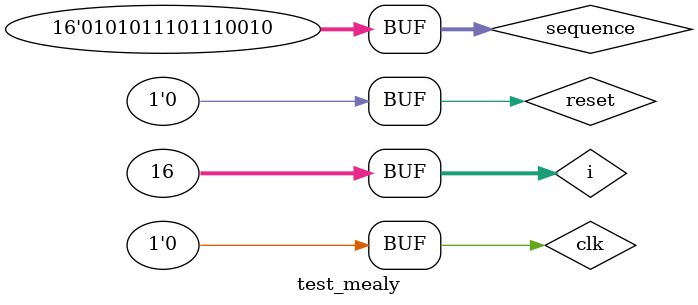
<source format=v>
module mealy_machine(clk, reset, inp, out);
  input clk, reset, inp;
  output out;
  reg out;
  reg [1:0] state;
  
  always @(posedge clk, posedge reset)
  begin
    if(reset) 
      begin
        state <= 2'b00;
        out <= 1'b0;
      end
    else 
      begin
        case(state)
          2'b00: 
            begin
              if(inp) 
                begin 
                  state <= 2'b01;
                  out <= 1'b0;
                end
              else
                begin
                  state <= 2'b10;
                  out <= 1'b1;
                end
            end
          2'b01:
            begin
              if(inp) 
                begin 
                  state <= 2'b00;
                  out <= 1'b1;
                end
              else
                begin
                  state <= 2'b10;
                  out <= 1'b0;
                end
            end
          2'b10:
            begin
              if(inp) 
                begin 
                  state <= 2'b01;
                  out <= 1'b0;
                end
              else
                begin
                  state <= 2'b00;
                  out <= 1'b1;
                end
            end
            
          default:
            begin
              state <= 2'b00;
              out <= 1'b0;
          end
      endcase
      
  end
end
endmodule
            
module test_mealy;
  
  reg clk, reset, inp;
  wire out;
  reg [15:0] sequence;
  integer i;
  
  mealy_machine mm(clk, reset, inp, out);
  
  initial
  begin
    clk = 0;
    reset = 1;
    sequence = 16'b0101_0111_0111_0010;
    #5 reset = 0;
   
  for(i=0; i<16; i = i+1)
  begin
    #2 clk = 1;
    #2 clk = 0;
    $display("State = ", mm.state, " Input = ", inp, ", Output = ",out);
  end
testing;
end
task testing;
for(i=0; i<=15; i=i+1)
  begin
    inp = $random % 2;
    #2 clk = 1;
    #2 clk = 0;
    $display("State = ", mm.state, " Input = ", inp, ", Output = ",out);
  end
endtask
endmodule 


</source>
